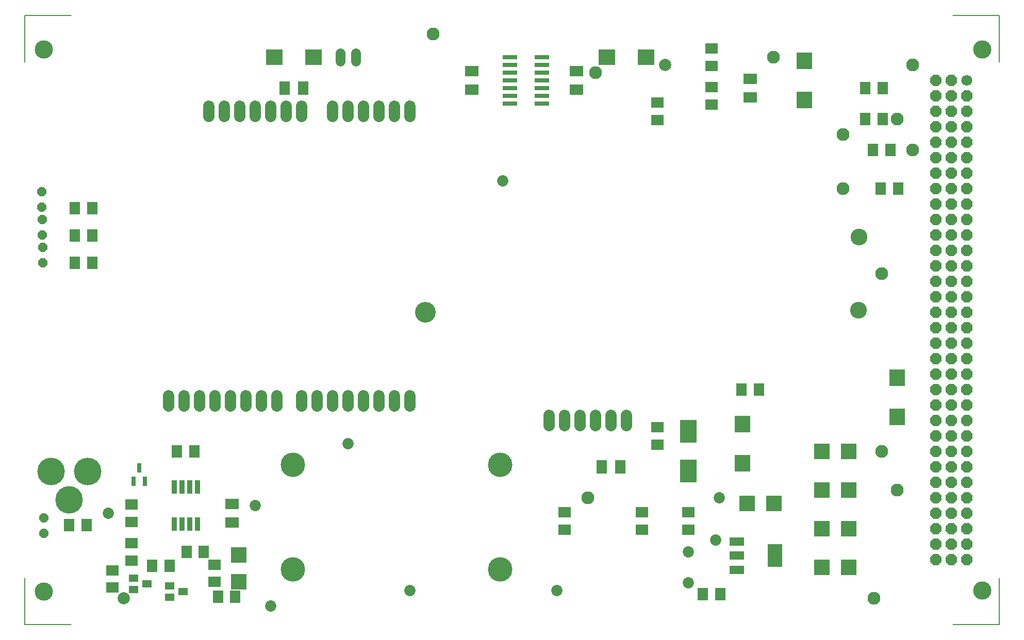
<source format=gts>
G75*
%MOIN*%
%OFA0B0*%
%FSLAX25Y25*%
%IPPOS*%
%LPD*%
%AMOC8*
5,1,8,0,0,1.08239X$1,22.5*
%
%ADD10C,0.11824*%
%ADD11C,0.07400*%
%ADD12C,0.13398*%
%ADD13C,0.06200*%
%ADD14R,0.03000X0.06000*%
%ADD15R,0.02800X0.06000*%
%ADD16R,0.07898X0.07099*%
%ADD17R,0.06706X0.08674*%
%ADD18R,0.11036X0.10249*%
%ADD19C,0.15800*%
%ADD20R,0.10643X0.14580*%
%ADD21C,0.07296*%
%ADD22R,0.07099X0.07898*%
%ADD23R,0.10249X0.10249*%
%ADD24R,0.10249X0.11036*%
%ADD25C,0.00600*%
%ADD26C,0.07100*%
%ADD27OC8,0.07100*%
%ADD28C,0.11800*%
%ADD29R,0.09461X0.03162*%
%ADD30R,0.08674X0.06706*%
%ADD31C,0.05750*%
%ADD32R,0.03400X0.08800*%
%ADD33R,0.06312X0.04737*%
%ADD34R,0.09600X0.05600*%
%ADD35R,0.09461X0.14973*%
%ADD36OC8,0.05800*%
%ADD37C,0.17800*%
%ADD38C,0.08318*%
%ADD39C,0.07887*%
%ADD40C,0.07296*%
%ADD41C,0.10800*%
D10*
X0073848Y0095535D03*
X0073848Y0446042D03*
D11*
X0180662Y0409400D02*
X0180662Y0402800D01*
X0190662Y0402800D02*
X0190662Y0409400D01*
X0200662Y0409400D02*
X0200662Y0402800D01*
X0210662Y0402800D02*
X0210662Y0409400D01*
X0220662Y0409400D02*
X0220662Y0402800D01*
X0230662Y0402800D02*
X0230662Y0409400D01*
X0240662Y0409400D02*
X0240662Y0402800D01*
X0260662Y0402800D02*
X0260662Y0409400D01*
X0270662Y0409400D02*
X0270662Y0402800D01*
X0280662Y0402800D02*
X0280662Y0409400D01*
X0290662Y0409400D02*
X0290662Y0402800D01*
X0300662Y0402800D02*
X0300662Y0409400D01*
X0310662Y0409400D02*
X0310662Y0402800D01*
X0310662Y0221900D02*
X0310662Y0215300D01*
X0300662Y0215300D02*
X0300662Y0221900D01*
X0290662Y0221900D02*
X0290662Y0215300D01*
X0280662Y0215300D02*
X0280662Y0221900D01*
X0270662Y0221900D02*
X0270662Y0215300D01*
X0260662Y0215300D02*
X0260662Y0221900D01*
X0250662Y0221900D02*
X0250662Y0215300D01*
X0240662Y0215300D02*
X0240662Y0221900D01*
X0224662Y0221900D02*
X0224662Y0215300D01*
X0214662Y0215300D02*
X0214662Y0221900D01*
X0204662Y0221900D02*
X0204662Y0215300D01*
X0194662Y0215300D02*
X0194662Y0221900D01*
X0184662Y0221900D02*
X0184662Y0215300D01*
X0174662Y0215300D02*
X0174662Y0221900D01*
X0164662Y0221900D02*
X0164662Y0215300D01*
X0154662Y0215300D02*
X0154662Y0221900D01*
D12*
X0320662Y0276100D03*
D13*
X0275662Y0438400D02*
X0275662Y0443800D01*
X0265662Y0443800D02*
X0265662Y0438400D01*
D14*
X0139362Y0166800D03*
X0131962Y0166800D03*
D15*
X0135662Y0175400D03*
D16*
X0130662Y0151698D03*
X0130662Y0140502D03*
X0130662Y0126698D03*
X0130662Y0115502D03*
X0118162Y0109198D03*
X0118162Y0098002D03*
X0184401Y0101612D03*
X0184401Y0112809D03*
X0410662Y0135502D03*
X0410662Y0146698D03*
X0460662Y0146698D03*
X0460662Y0135502D03*
X0490662Y0135502D03*
X0490662Y0146698D03*
X0470662Y0190502D03*
X0470662Y0201698D03*
X0470662Y0400502D03*
X0470662Y0411698D03*
X0505662Y0410502D03*
X0505662Y0421698D03*
X0505662Y0435502D03*
X0505662Y0446698D03*
D17*
X0241567Y0421100D03*
X0229756Y0421100D03*
X0434756Y0176100D03*
X0446567Y0176100D03*
D18*
X0438063Y0441100D03*
X0463260Y0441100D03*
X0248260Y0441100D03*
X0223063Y0441100D03*
D19*
X0234963Y0177350D03*
X0234963Y0109850D03*
X0368860Y0109850D03*
X0368860Y0177350D03*
D20*
X0490662Y0173305D03*
X0490662Y0198895D03*
D21*
X0450662Y0202852D02*
X0450662Y0209348D01*
X0440662Y0209348D02*
X0440662Y0202852D01*
X0430662Y0202852D02*
X0430662Y0209348D01*
X0420662Y0209348D02*
X0420662Y0202852D01*
X0410662Y0202852D02*
X0410662Y0209348D01*
X0400662Y0209348D02*
X0400662Y0202852D01*
D22*
X0525063Y0226100D03*
X0536260Y0226100D03*
X0511260Y0093600D03*
X0500063Y0093600D03*
X0197649Y0092006D03*
X0186452Y0092006D03*
X0155149Y0112173D03*
X0143952Y0112173D03*
X0166174Y0121027D03*
X0177371Y0121027D03*
X0101596Y0138460D03*
X0090399Y0138460D03*
X0160063Y0186100D03*
X0171260Y0186100D03*
X0105096Y0308060D03*
X0093899Y0308060D03*
X0093899Y0325727D03*
X0105096Y0325727D03*
X0105096Y0343394D03*
X0093899Y0343394D03*
X0605063Y0401100D03*
X0616260Y0401100D03*
X0621260Y0381100D03*
X0610063Y0381100D03*
X0615063Y0356100D03*
X0626260Y0356100D03*
X0616260Y0421100D03*
X0605063Y0421100D03*
D23*
X0594323Y0186100D03*
X0577000Y0186100D03*
X0577000Y0161100D03*
X0594323Y0161100D03*
X0594323Y0136100D03*
X0577000Y0136100D03*
X0546081Y0152340D03*
X0528758Y0152340D03*
X0577000Y0111100D03*
X0594323Y0111100D03*
X0200088Y0119019D03*
X0200088Y0101696D03*
D24*
X0525662Y0178502D03*
X0525662Y0203698D03*
X0625662Y0208502D03*
X0625662Y0233698D03*
X0565662Y0413502D03*
X0565662Y0438698D03*
D25*
X0061662Y0104200D02*
X0061662Y0074200D01*
X0091662Y0074200D01*
X0061662Y0438000D02*
X0061662Y0468000D01*
X0091662Y0468000D01*
X0661662Y0468000D02*
X0691662Y0468000D01*
X0691662Y0438000D01*
X0691662Y0104200D02*
X0691662Y0074200D01*
X0661662Y0074200D01*
D26*
X0670662Y0426100D03*
D27*
X0660662Y0426100D03*
X0650662Y0426100D03*
X0650662Y0416100D03*
X0660662Y0416100D03*
X0670662Y0416100D03*
X0670662Y0406100D03*
X0670662Y0396100D03*
X0660662Y0396100D03*
X0660662Y0406100D03*
X0650662Y0406100D03*
X0650662Y0396100D03*
X0650662Y0386100D03*
X0660662Y0386100D03*
X0670662Y0386100D03*
X0670662Y0376100D03*
X0660662Y0376100D03*
X0650662Y0376100D03*
X0650662Y0366100D03*
X0660662Y0366100D03*
X0670662Y0366100D03*
X0670662Y0356100D03*
X0660662Y0356100D03*
X0650662Y0356100D03*
X0650662Y0346100D03*
X0660662Y0346100D03*
X0670662Y0346100D03*
X0670662Y0336100D03*
X0670662Y0326100D03*
X0660662Y0326100D03*
X0660662Y0336100D03*
X0650662Y0336100D03*
X0650662Y0326100D03*
X0650662Y0316100D03*
X0660662Y0316100D03*
X0670662Y0316100D03*
X0670662Y0306100D03*
X0660662Y0306100D03*
X0650662Y0306100D03*
X0650662Y0296100D03*
X0660662Y0296100D03*
X0670662Y0296100D03*
X0670662Y0286100D03*
X0660662Y0286100D03*
X0650662Y0286100D03*
X0650662Y0276100D03*
X0660662Y0276100D03*
X0670662Y0276100D03*
X0670662Y0266100D03*
X0660662Y0266100D03*
X0650662Y0266100D03*
X0650662Y0256100D03*
X0660662Y0256100D03*
X0670662Y0256100D03*
X0670662Y0246100D03*
X0660662Y0246100D03*
X0650662Y0246100D03*
X0650662Y0236100D03*
X0660662Y0236100D03*
X0670662Y0236100D03*
X0670662Y0226100D03*
X0660662Y0226100D03*
X0650662Y0226100D03*
X0650662Y0216100D03*
X0660662Y0216100D03*
X0670662Y0216100D03*
X0670662Y0206100D03*
X0660662Y0206100D03*
X0650662Y0206100D03*
X0650662Y0196100D03*
X0660662Y0196100D03*
X0670662Y0196100D03*
X0670662Y0186100D03*
X0660662Y0186100D03*
X0650662Y0186100D03*
X0650662Y0176100D03*
X0660662Y0176100D03*
X0670662Y0176100D03*
X0670662Y0166100D03*
X0660662Y0166100D03*
X0650662Y0166100D03*
X0650662Y0156100D03*
X0660662Y0156100D03*
X0670662Y0156100D03*
X0670662Y0146100D03*
X0670662Y0136100D03*
X0660662Y0136100D03*
X0660662Y0146100D03*
X0650662Y0146100D03*
X0650662Y0136100D03*
X0650662Y0126100D03*
X0660662Y0126100D03*
X0670662Y0126100D03*
X0670662Y0116100D03*
X0660662Y0116100D03*
X0650662Y0116100D03*
D28*
X0680662Y0096100D03*
X0680662Y0446100D03*
D29*
X0395898Y0441100D03*
X0395898Y0436100D03*
X0395898Y0431100D03*
X0395898Y0426100D03*
X0395898Y0421100D03*
X0395898Y0416100D03*
X0395898Y0411100D03*
X0375425Y0411100D03*
X0375425Y0416100D03*
X0375425Y0421100D03*
X0375425Y0426100D03*
X0375425Y0431100D03*
X0375425Y0436100D03*
X0375425Y0441100D03*
D30*
X0350662Y0432006D03*
X0350662Y0420194D03*
X0418162Y0420194D03*
X0418162Y0432006D03*
X0530662Y0427006D03*
X0530662Y0415194D03*
X0195662Y0152006D03*
X0195662Y0140194D03*
D31*
X0600662Y0277478D03*
X0600662Y0324722D03*
D32*
X0173162Y0163200D03*
X0168162Y0163200D03*
X0163162Y0163200D03*
X0158162Y0163200D03*
X0158162Y0139000D03*
X0163162Y0139000D03*
X0168162Y0139000D03*
X0173162Y0139000D03*
D33*
X0132064Y0104066D03*
X0140726Y0100325D03*
X0132064Y0096585D03*
X0155411Y0099066D03*
X0164072Y0095325D03*
X0155411Y0091585D03*
D34*
X0522092Y0109451D03*
X0522092Y0118551D03*
X0522092Y0127651D03*
D35*
X0546493Y0118551D03*
D36*
X0073835Y0133150D03*
X0073835Y0143150D03*
X0073401Y0308150D03*
X0073401Y0318150D03*
X0072968Y0326150D03*
X0072968Y0336150D03*
X0072535Y0344150D03*
X0072535Y0354150D03*
D37*
X0078476Y0173100D03*
X0090287Y0154596D03*
X0102099Y0173100D03*
D38*
X0425662Y0156100D03*
X0610662Y0091100D03*
X0625662Y0161100D03*
X0615662Y0186100D03*
X0615662Y0301100D03*
X0590662Y0356100D03*
X0590662Y0391100D03*
X0625662Y0401100D03*
X0635662Y0381100D03*
X0635662Y0436100D03*
X0545662Y0441100D03*
X0430662Y0431100D03*
X0325662Y0456100D03*
D39*
X0475662Y0436100D03*
X0125662Y0091100D03*
D40*
X0115662Y0146100D03*
X0210662Y0151100D03*
X0270662Y0191100D03*
X0310662Y0096100D03*
X0220662Y0086100D03*
X0405662Y0096100D03*
X0490662Y0101100D03*
X0490662Y0121100D03*
X0508162Y0128600D03*
X0510662Y0156100D03*
X0370662Y0361100D03*
D41*
X0600787Y0324600D03*
X0600662Y0277475D03*
M02*

</source>
